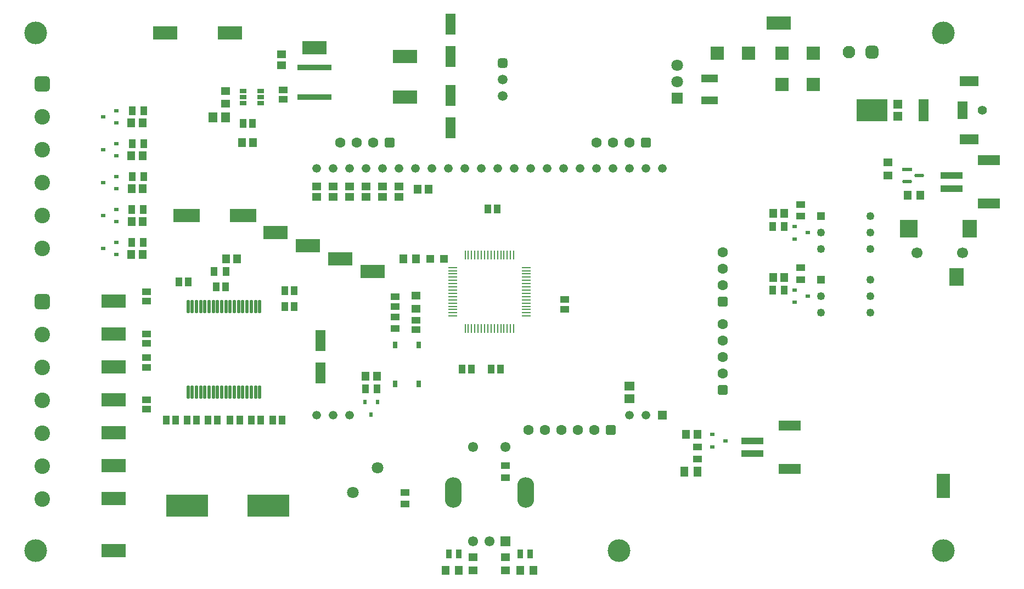
<source format=gbr>
%TF.GenerationSoftware,Altium Limited,Altium Designer,22.5.1 (42)*%
G04 Layer_Color=255*
%FSLAX43Y43*%
%MOMM*%
%TF.SameCoordinates,16143D8C-65FE-44CA-9B93-5BB87F4A9255*%
%TF.FilePolarity,Positive*%
%TF.FileFunction,Pads,Top*%
%TF.Part,Single*%
G01*
G75*
%TA.AperFunction,SMDPad,CuDef*%
%ADD10R,1.450X1.200*%
%ADD11R,1.350X1.000*%
%ADD12R,3.800X2.030*%
%ADD13R,2.030X3.800*%
%ADD14R,2.000X2.000*%
%ADD15R,6.500X3.500*%
%ADD16R,1.055X1.356*%
%ADD17R,1.550X1.350*%
%ADD18R,1.356X1.055*%
%TA.AperFunction,SMDPad,SMDef*%
%ADD19R,5.300X0.900*%
%TA.AperFunction,SMDPad,CuDef*%
%ADD20R,4.100X2.000*%
%ADD21R,1.150X1.450*%
%ADD22R,1.200X1.450*%
%ADD23R,0.700X0.600*%
%ADD24R,3.400X1.500*%
%ADD25R,3.500X1.000*%
%ADD26R,2.200X2.800*%
%ADD27R,2.800X2.800*%
G04:AMPARAMS|DCode=28|XSize=1.524mm|YSize=0.578mm|CornerRadius=0.289mm|HoleSize=0mm|Usage=FLASHONLY|Rotation=0.000|XOffset=0mm|YOffset=0mm|HoleType=Round|Shape=RoundedRectangle|*
%AMROUNDEDRECTD28*
21,1,1.524,0.000,0,0,0.0*
21,1,0.946,0.578,0,0,0.0*
1,1,0.578,0.473,0.000*
1,1,0.578,-0.473,0.000*
1,1,0.578,-0.473,0.000*
1,1,0.578,0.473,0.000*
%
%ADD28ROUNDEDRECTD28*%
%ADD29R,1.524X0.578*%
%ADD30R,1.456X1.255*%
%ADD31R,0.950X1.350*%
%ADD32R,1.250X1.550*%
G04:AMPARAMS|DCode=33|XSize=1.99mm|YSize=0.48mm|CornerRadius=0.06mm|HoleSize=0mm|Usage=FLASHONLY|Rotation=270.000|XOffset=0mm|YOffset=0mm|HoleType=Round|Shape=RoundedRectangle|*
%AMROUNDEDRECTD33*
21,1,1.990,0.360,0,0,270.0*
21,1,1.870,0.480,0,0,270.0*
1,1,0.120,-0.180,-0.935*
1,1,0.120,-0.180,0.935*
1,1,0.120,0.180,0.935*
1,1,0.120,0.180,-0.935*
%
%ADD33ROUNDEDRECTD33*%
%ADD34R,2.500X1.250*%
%ADD35R,0.700X1.000*%
%ADD36R,0.600X0.700*%
%ADD37R,1.000X1.350*%
%ADD38R,4.860X3.360*%
%ADD39R,1.400X1.390*%
G04:AMPARAMS|DCode=40|XSize=1.1mm|YSize=0.6mm|CornerRadius=0.051mm|HoleSize=0mm|Usage=FLASHONLY|Rotation=0.000|XOffset=0mm|YOffset=0mm|HoleType=Round|Shape=RoundedRectangle|*
%AMROUNDEDRECTD40*
21,1,1.100,0.498,0,0,0.0*
21,1,0.998,0.600,0,0,0.0*
1,1,0.102,0.499,-0.249*
1,1,0.102,-0.499,-0.249*
1,1,0.102,-0.499,0.249*
1,1,0.102,0.499,0.249*
%
%ADD40ROUNDEDRECTD40*%
%ADD41R,1.200X1.200*%
%ADD42R,1.050X1.450*%
%ADD43R,1.450X1.050*%
%ADD44R,1.255X1.456*%
%ADD45R,1.600X3.200*%
%ADD46R,1.341X0.279*%
%ADD47R,0.279X1.341*%
%ADD48R,1.400X1.500*%
%TA.AperFunction,ComponentPad*%
G04:AMPARAMS|DCode=54|XSize=2.6mm|YSize=4.7mm|CornerRadius=1.3mm|HoleSize=0mm|Usage=FLASHONLY|Rotation=180.000|XOffset=0mm|YOffset=0mm|HoleType=Round|Shape=RoundedRectangle|*
%AMROUNDEDRECTD54*
21,1,2.600,2.100,0,0,180.0*
21,1,0.000,4.700,0,0,180.0*
1,1,2.600,0.000,1.050*
1,1,2.600,0.000,1.050*
1,1,2.600,0.000,-1.050*
1,1,2.600,0.000,-1.050*
%
%ADD54ROUNDEDRECTD54*%
%ADD55C,1.550*%
%ADD56R,1.550X1.550*%
%ADD57C,1.337*%
%ADD58R,1.337X1.337*%
%ADD59R,1.250X1.250*%
%ADD60C,1.250*%
%ADD61C,1.700*%
%ADD62R,3.000X1.500*%
%ADD63C,1.400*%
%ADD64R,1.500X3.500*%
%ADD65R,1.500X2.800*%
%ADD66C,2.400*%
G04:AMPARAMS|DCode=67|XSize=2.4mm|YSize=2.4mm|CornerRadius=0.6mm|HoleSize=0mm|Usage=FLASHONLY|Rotation=270.000|XOffset=0mm|YOffset=0mm|HoleType=Round|Shape=RoundedRectangle|*
%AMROUNDEDRECTD67*
21,1,2.400,1.200,0,0,270.0*
21,1,1.200,2.400,0,0,270.0*
1,1,1.200,-0.600,-0.600*
1,1,1.200,-0.600,0.600*
1,1,1.200,0.600,0.600*
1,1,1.200,0.600,-0.600*
%
%ADD67ROUNDEDRECTD67*%
%ADD68C,1.600*%
G04:AMPARAMS|DCode=69|XSize=1.6mm|YSize=1.6mm|CornerRadius=0.4mm|HoleSize=0mm|Usage=FLASHONLY|Rotation=180.000|XOffset=0mm|YOffset=0mm|HoleType=Round|Shape=RoundedRectangle|*
%AMROUNDEDRECTD69*
21,1,1.600,0.800,0,0,180.0*
21,1,0.800,1.600,0,0,180.0*
1,1,0.800,-0.400,0.400*
1,1,0.800,0.400,0.400*
1,1,0.800,0.400,-0.400*
1,1,0.800,-0.400,-0.400*
%
%ADD69ROUNDEDRECTD69*%
G04:AMPARAMS|DCode=70|XSize=1.5mm|YSize=1.5mm|CornerRadius=0.375mm|HoleSize=0mm|Usage=FLASHONLY|Rotation=270.000|XOffset=0mm|YOffset=0mm|HoleType=Round|Shape=RoundedRectangle|*
%AMROUNDEDRECTD70*
21,1,1.500,0.750,0,0,270.0*
21,1,0.750,1.500,0,0,270.0*
1,1,0.750,-0.375,-0.375*
1,1,0.750,-0.375,0.375*
1,1,0.750,0.375,0.375*
1,1,0.750,0.375,-0.375*
%
%ADD70ROUNDEDRECTD70*%
%ADD71C,1.500*%
%TA.AperFunction,ViaPad*%
%ADD72C,3.500*%
%TA.AperFunction,ComponentPad*%
%ADD73C,1.800*%
%ADD74R,1.800X1.800*%
%ADD75C,1.950*%
G04:AMPARAMS|DCode=76|XSize=1.95mm|YSize=1.95mm|CornerRadius=0.488mm|HoleSize=0mm|Usage=FLASHONLY|Rotation=180.000|XOffset=0mm|YOffset=0mm|HoleType=Round|Shape=RoundedRectangle|*
%AMROUNDEDRECTD76*
21,1,1.950,0.975,0,0,180.0*
21,1,0.975,1.950,0,0,180.0*
1,1,0.975,-0.488,0.488*
1,1,0.975,0.488,0.488*
1,1,0.975,0.488,-0.488*
1,1,0.975,-0.488,-0.488*
%
%ADD76ROUNDEDRECTD76*%
G04:AMPARAMS|DCode=77|XSize=1.6mm|YSize=1.6mm|CornerRadius=0.4mm|HoleSize=0mm|Usage=FLASHONLY|Rotation=90.000|XOffset=0mm|YOffset=0mm|HoleType=Round|Shape=RoundedRectangle|*
%AMROUNDEDRECTD77*
21,1,1.600,0.800,0,0,90.0*
21,1,0.800,1.600,0,0,90.0*
1,1,0.800,0.400,0.400*
1,1,0.800,0.400,-0.400*
1,1,0.800,-0.400,-0.400*
1,1,0.800,-0.400,0.400*
%
%ADD77ROUNDEDRECTD77*%
D10*
X34300Y74002D02*
D03*
Y76002D02*
D03*
X77500Y4000D02*
D03*
Y2000D02*
D03*
X72500Y4000D02*
D03*
Y2000D02*
D03*
X63700Y44400D02*
D03*
Y42400D02*
D03*
X136500Y62950D02*
D03*
Y64950D02*
D03*
D11*
X77500Y18127D02*
D03*
Y16327D02*
D03*
X62000Y14000D02*
D03*
Y12200D02*
D03*
X107100Y21000D02*
D03*
Y19200D02*
D03*
X60425Y39326D02*
D03*
Y41126D02*
D03*
D12*
X17000Y5000D02*
D03*
X119600Y86500D02*
D03*
X48000Y82699D02*
D03*
X35000Y85000D02*
D03*
X62000Y75079D02*
D03*
X25000Y85000D02*
D03*
X62000Y81300D02*
D03*
X17000Y43560D02*
D03*
Y33400D02*
D03*
Y38480D02*
D03*
Y28320D02*
D03*
X57000Y48100D02*
D03*
X52000Y50100D02*
D03*
X47000Y52100D02*
D03*
X42000Y54100D02*
D03*
X17000Y13120D02*
D03*
Y18200D02*
D03*
Y23280D02*
D03*
D13*
X145000Y15000D02*
D03*
D14*
X110125Y81840D02*
D03*
X115000D02*
D03*
X120125D02*
D03*
X125000D02*
D03*
X120125Y77000D02*
D03*
X125000D02*
D03*
D15*
X40848Y12000D02*
D03*
X28348D02*
D03*
D16*
X76202Y57800D02*
D03*
X74750D02*
D03*
X72250Y33100D02*
D03*
X70798D02*
D03*
X75248D02*
D03*
X76700D02*
D03*
X43400Y45190D02*
D03*
X44852D02*
D03*
X43400Y42700D02*
D03*
X44852D02*
D03*
X25100Y25150D02*
D03*
X26552D02*
D03*
X43026D02*
D03*
X41574D02*
D03*
X38250D02*
D03*
X39702D02*
D03*
X38452Y71000D02*
D03*
X37000D02*
D03*
X28564Y46500D02*
D03*
X27112D02*
D03*
X32848Y45800D02*
D03*
X34300D02*
D03*
X33050Y25150D02*
D03*
X31598D02*
D03*
X35000D02*
D03*
X36452D02*
D03*
X29800D02*
D03*
X28348D02*
D03*
D17*
X96590Y30450D02*
D03*
Y28500D02*
D03*
D18*
X86600Y42320D02*
D03*
Y43772D02*
D03*
X43200Y74674D02*
D03*
Y76126D02*
D03*
X60425Y42750D02*
D03*
Y44201D02*
D03*
X22075Y28320D02*
D03*
Y26868D02*
D03*
Y38480D02*
D03*
Y37028D02*
D03*
Y43560D02*
D03*
Y45012D02*
D03*
Y33348D02*
D03*
Y34800D02*
D03*
X63700Y40600D02*
D03*
Y39148D02*
D03*
D19*
X48000Y79652D02*
D03*
Y75052D02*
D03*
D20*
X37000Y56780D02*
D03*
X28300D02*
D03*
D21*
X36100Y50100D02*
D03*
X34350D02*
D03*
X105350Y22950D02*
D03*
X107100D02*
D03*
X55885Y32000D02*
D03*
X57635D02*
D03*
X120500Y57100D02*
D03*
X118750D02*
D03*
X120500Y47200D02*
D03*
X118750D02*
D03*
X19725Y71070D02*
D03*
X21475D02*
D03*
X19725Y65990D02*
D03*
X21475D02*
D03*
X19775Y60910D02*
D03*
X21525D02*
D03*
X19725Y50750D02*
D03*
X21475D02*
D03*
X19775Y55830D02*
D03*
X21525D02*
D03*
D22*
X68250Y2000D02*
D03*
X70250D02*
D03*
X81750D02*
D03*
X79750D02*
D03*
X61700Y50100D02*
D03*
X63700D02*
D03*
X139500Y59900D02*
D03*
X141500D02*
D03*
D23*
X111400Y22000D02*
D03*
X109400Y21050D02*
D03*
Y22950D02*
D03*
X122100Y45250D02*
D03*
Y43350D02*
D03*
X124100Y44300D02*
D03*
X122100Y55050D02*
D03*
Y53150D02*
D03*
X124100Y54100D02*
D03*
X15400Y61860D02*
D03*
X17400Y62810D02*
D03*
Y60910D02*
D03*
X15400Y66940D02*
D03*
X17400Y67890D02*
D03*
Y65990D02*
D03*
X15400Y72020D02*
D03*
X17400Y72970D02*
D03*
Y71070D02*
D03*
Y50750D02*
D03*
Y52650D02*
D03*
X15400Y51700D02*
D03*
X17400Y55830D02*
D03*
Y57730D02*
D03*
X15400Y56780D02*
D03*
D24*
X121300Y24350D02*
D03*
Y17650D02*
D03*
X152025Y58600D02*
D03*
Y65300D02*
D03*
D25*
X115550Y22000D02*
D03*
Y20000D02*
D03*
X146275Y60950D02*
D03*
Y62950D02*
D03*
D26*
X147100Y47300D02*
D03*
X149100Y54700D02*
D03*
D27*
X139700D02*
D03*
D28*
X141300Y62950D02*
D03*
X139480Y62000D02*
D03*
D29*
Y63900D02*
D03*
D30*
X42882Y81626D02*
D03*
Y79974D02*
D03*
X61030Y61277D02*
D03*
Y59625D02*
D03*
X58490Y61277D02*
D03*
Y59625D02*
D03*
X55950Y61277D02*
D03*
Y59625D02*
D03*
X53410Y61277D02*
D03*
Y59625D02*
D03*
X50870Y61277D02*
D03*
Y59625D02*
D03*
X48330Y61277D02*
D03*
Y59625D02*
D03*
D31*
X81250Y4500D02*
D03*
X79750D02*
D03*
X68750D02*
D03*
X70250D02*
D03*
D32*
X107100Y17200D02*
D03*
X105050D02*
D03*
D33*
X39550Y29480D02*
D03*
X38900D02*
D03*
X38250D02*
D03*
X37600D02*
D03*
X36950D02*
D03*
X36300D02*
D03*
X35650D02*
D03*
X35000D02*
D03*
X34350D02*
D03*
X33700D02*
D03*
X33050D02*
D03*
X32400D02*
D03*
X31750D02*
D03*
X31100D02*
D03*
X30450D02*
D03*
X29800D02*
D03*
X29150D02*
D03*
X28500D02*
D03*
Y42700D02*
D03*
X29150D02*
D03*
X29800D02*
D03*
X30450D02*
D03*
X31100D02*
D03*
X31750D02*
D03*
X32400D02*
D03*
X33050D02*
D03*
X33700D02*
D03*
X34350D02*
D03*
X35000D02*
D03*
X35650D02*
D03*
X36300D02*
D03*
X36950D02*
D03*
X37600D02*
D03*
X38250D02*
D03*
X38900D02*
D03*
X39550D02*
D03*
D34*
X109000Y77950D02*
D03*
Y74550D02*
D03*
D35*
X60425Y30800D02*
D03*
Y36800D02*
D03*
X64125Y30800D02*
D03*
Y36800D02*
D03*
D36*
X56760Y26021D02*
D03*
X55810Y28021D02*
D03*
X57710D02*
D03*
D37*
X57660Y30000D02*
D03*
X55860D02*
D03*
X118700Y55050D02*
D03*
X120500D02*
D03*
X118700Y45250D02*
D03*
X120500D02*
D03*
X21625Y52650D02*
D03*
X19825D02*
D03*
X21625Y57730D02*
D03*
X19825D02*
D03*
X21675Y62810D02*
D03*
X19875D02*
D03*
X21675Y67890D02*
D03*
X19875D02*
D03*
X21675Y72970D02*
D03*
X19875D02*
D03*
D38*
X134000Y73000D02*
D03*
D39*
X137982Y73918D02*
D03*
X137982Y72082D02*
D03*
D40*
X39700Y76002D02*
D03*
Y75052D02*
D03*
Y74102D02*
D03*
X37000D02*
D03*
Y75052D02*
D03*
Y76002D02*
D03*
D41*
X67991Y50100D02*
D03*
X65891D02*
D03*
D42*
X32500Y48100D02*
D03*
X34350D02*
D03*
D43*
X123000Y46840D02*
D03*
Y48690D02*
D03*
Y58490D02*
D03*
Y56640D02*
D03*
D44*
X65600Y60823D02*
D03*
X63948D02*
D03*
X38500Y68000D02*
D03*
X36848D02*
D03*
D45*
X69000Y81300D02*
D03*
Y86300D02*
D03*
Y75300D02*
D03*
Y70300D02*
D03*
X48960Y32498D02*
D03*
Y37498D02*
D03*
D46*
X69326Y48750D02*
D03*
Y48250D02*
D03*
Y47750D02*
D03*
Y47250D02*
D03*
Y46750D02*
D03*
Y46250D02*
D03*
Y45750D02*
D03*
Y45250D02*
D03*
Y44750D02*
D03*
Y44250D02*
D03*
Y43750D02*
D03*
Y43250D02*
D03*
Y42750D02*
D03*
Y42250D02*
D03*
Y41750D02*
D03*
Y41250D02*
D03*
X80674D02*
D03*
Y41750D02*
D03*
Y42250D02*
D03*
Y42750D02*
D03*
Y43250D02*
D03*
Y43750D02*
D03*
Y44250D02*
D03*
Y44750D02*
D03*
Y45250D02*
D03*
Y45750D02*
D03*
Y46250D02*
D03*
Y46750D02*
D03*
Y47250D02*
D03*
Y47750D02*
D03*
Y48250D02*
D03*
Y48750D02*
D03*
D47*
X71250Y39326D02*
D03*
X71750D02*
D03*
X72250D02*
D03*
X72750D02*
D03*
X73250D02*
D03*
X73750D02*
D03*
X74250D02*
D03*
X74750D02*
D03*
X75250D02*
D03*
X75750D02*
D03*
X76250D02*
D03*
X76750D02*
D03*
X77250D02*
D03*
X77750D02*
D03*
X78250D02*
D03*
X78750D02*
D03*
Y50674D02*
D03*
X78250D02*
D03*
X77750D02*
D03*
X77250D02*
D03*
X76750D02*
D03*
X76250D02*
D03*
X75750D02*
D03*
X75250D02*
D03*
X74750D02*
D03*
X74250D02*
D03*
X73750D02*
D03*
X73250D02*
D03*
X72750D02*
D03*
X72250D02*
D03*
X71750D02*
D03*
X71250D02*
D03*
D48*
X34300Y71900D02*
D03*
X32300D02*
D03*
D54*
X69400Y14000D02*
D03*
X80600D02*
D03*
D55*
X72500Y6500D02*
D03*
X75000D02*
D03*
X72500Y21000D02*
D03*
X77500D02*
D03*
D56*
Y6500D02*
D03*
D57*
X48330Y25950D02*
D03*
X53410D02*
D03*
X50870D02*
D03*
X61030Y64050D02*
D03*
X71190D02*
D03*
X68650D02*
D03*
X66110D02*
D03*
X63570D02*
D03*
X58490D02*
D03*
X55950D02*
D03*
X53410D02*
D03*
X50870D02*
D03*
X48330D02*
D03*
X99130Y25950D02*
D03*
X96590D02*
D03*
X73730Y64050D02*
D03*
X101670D02*
D03*
X88970D02*
D03*
X83890D02*
D03*
X81350D02*
D03*
X78810D02*
D03*
X76270D02*
D03*
X91510D02*
D03*
X94050D02*
D03*
X96590D02*
D03*
X86430D02*
D03*
X99130D02*
D03*
D58*
X101670Y25950D02*
D03*
D59*
X126190Y56640D02*
D03*
Y46840D02*
D03*
D60*
Y54100D02*
D03*
Y51560D02*
D03*
X133810D02*
D03*
Y54100D02*
D03*
Y56640D02*
D03*
X126190Y44300D02*
D03*
Y41760D02*
D03*
X133810D02*
D03*
Y44300D02*
D03*
Y46840D02*
D03*
D61*
X148000Y51000D02*
D03*
X141000D02*
D03*
D62*
X149000Y68500D02*
D03*
Y77500D02*
D03*
D63*
X151000Y73000D02*
D03*
D64*
X142000D02*
D03*
D65*
X148000D02*
D03*
D66*
X6000Y13000D02*
D03*
Y18080D02*
D03*
Y28240D02*
D03*
Y38400D02*
D03*
Y33320D02*
D03*
Y23160D02*
D03*
X6000Y51700D02*
D03*
Y56780D02*
D03*
Y66940D02*
D03*
Y72020D02*
D03*
Y61860D02*
D03*
D67*
X6000Y43480D02*
D03*
X6000Y77100D02*
D03*
D68*
X57080Y68000D02*
D03*
X54540D02*
D03*
X52000D02*
D03*
X96590D02*
D03*
X94050D02*
D03*
X91510D02*
D03*
X81000Y23700D02*
D03*
X83540D02*
D03*
X88620D02*
D03*
X91160D02*
D03*
X86080D02*
D03*
X111000Y34920D02*
D03*
Y32380D02*
D03*
Y37460D02*
D03*
Y40000D02*
D03*
Y51120D02*
D03*
Y48580D02*
D03*
Y46040D02*
D03*
D69*
X59620Y68000D02*
D03*
X99130D02*
D03*
X93700Y23700D02*
D03*
D70*
X77000Y80300D02*
D03*
D71*
Y77760D02*
D03*
Y75220D02*
D03*
D72*
X95000Y5000D02*
D03*
X5000Y85000D02*
D03*
X145000D02*
D03*
X5000Y5000D02*
D03*
X145000D02*
D03*
D73*
X53900Y14000D02*
D03*
X57710Y17810D02*
D03*
X104000Y77460D02*
D03*
Y80000D02*
D03*
D74*
Y74920D02*
D03*
D75*
X130500Y82000D02*
D03*
D76*
X134000D02*
D03*
D77*
X111000Y29840D02*
D03*
Y43500D02*
D03*
%TF.MD5,c97287cac78ad69eeb172b8a0f2cc5b6*%
M02*

</source>
